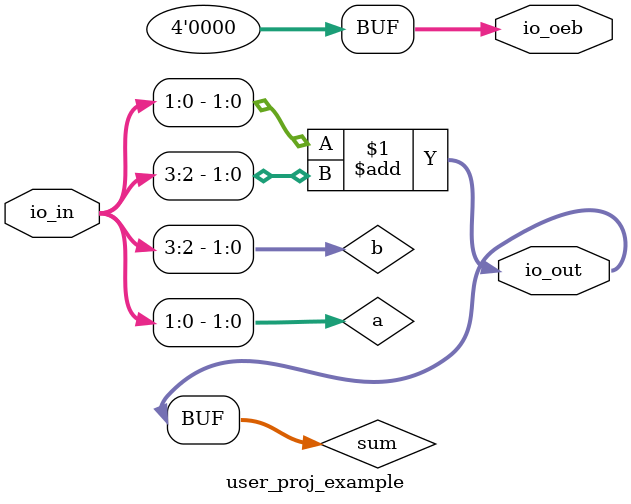
<source format=v>

`default_nettype none
/*
 *-------------------------------------------------------------
 *
 * user_proj_example
 *
 * This is an example of a (trivially simple) user project,
 * showing how the user project can connect to the logic
 * analyzer, the wishbone bus, and the I/O pads.
 *
 * This project generates an integer count, which is output
 * on the user area GPIO pads (digital output only).  The
 * wishbone connection allows the project to be controlled
 * (start and stop) from the management SoC program.
 *
 * See the testbenches in directory "mprj_counter" for the
 * example programs that drive this user project.  The three
 * testbenches are "io_ports", "la_test1", and "la_test2".
 *
 *-------------------------------------------------------------
 */

module user_proj_example (
`ifdef USE_POWER_PINS
    inout vccd1,	// User area 1 1.8V supply
    inout vssd1,	// User area 1 digital ground
`endif

    // IOs
    input  [3:0] io_in,
    output [3:0] io_out,
    output [3:0] io_oeb
);

    wire [3:0] sum;
    wire [1:0] a, b;

    assign io_oeb = 4'b0;
    assign a = io_in[1:0];
    assign b = io_in[3:2];
    assign io_out = sum;
    assign sum = a + b;
endmodule

`default_nettype wire

</source>
